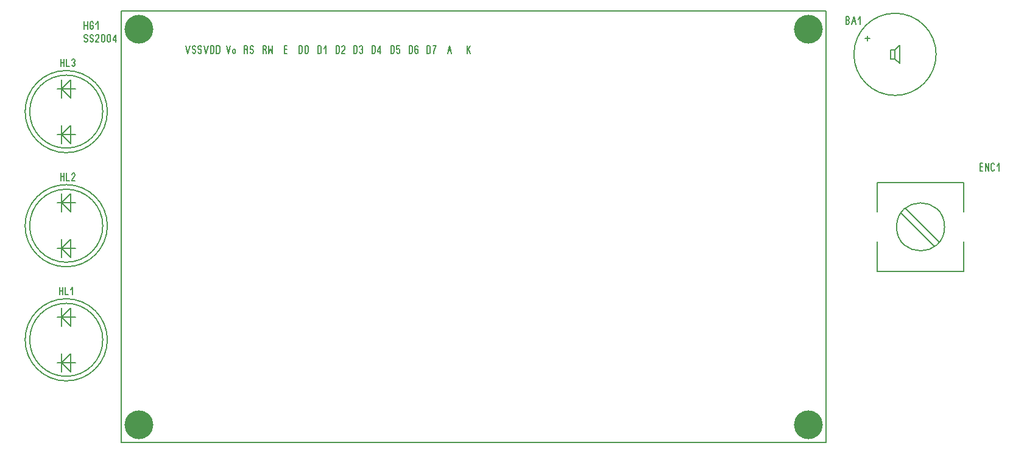
<source format=gbr>
%FSLAX34Y34*%
%MOMM*%
%LNSILK_TOP*%
G71*
G01*
%ADD10C, 0.200*%
%ADD11C, 4.000*%
%ADD12C, 0.191*%
%ADD13C, 0.150*%
%LPD*%
G54D10*
X192400Y645000D02*
X1172400Y645000D01*
X1172400Y45000D01*
X192400Y45000D01*
X192400Y645000D01*
X217400Y620000D02*
G54D11*
D03*
X217400Y70000D02*
G54D11*
D03*
X1147400Y620000D02*
G54D11*
D03*
X1147400Y70000D02*
G54D11*
D03*
G54D12*
X282570Y597000D02*
X285237Y586334D01*
X287903Y597000D01*
G54D12*
X291636Y588334D02*
X292169Y587000D01*
X293236Y586334D01*
X294303Y586334D01*
X295369Y587000D01*
X295903Y588334D01*
X295903Y589667D01*
X295369Y591000D01*
X294303Y591667D01*
X293236Y591667D01*
X292169Y592334D01*
X291636Y593667D01*
X291636Y595000D01*
X292169Y596334D01*
X293236Y597000D01*
X294303Y597000D01*
X295369Y596334D01*
X295903Y595000D01*
G54D12*
X299636Y588334D02*
X300169Y587000D01*
X301236Y586334D01*
X302303Y586334D01*
X303369Y587000D01*
X303903Y588334D01*
X303903Y589667D01*
X303369Y591000D01*
X302303Y591667D01*
X301236Y591667D01*
X300169Y592334D01*
X299636Y593667D01*
X299636Y595000D01*
X300169Y596334D01*
X301236Y597000D01*
X302303Y597000D01*
X303369Y596334D01*
X303903Y595000D01*
G54D12*
X308070Y597000D02*
X310737Y586334D01*
X313403Y597000D01*
G54D12*
X317136Y586334D02*
X317136Y597000D01*
X319803Y597000D01*
X320869Y596334D01*
X321403Y595000D01*
X321403Y588334D01*
X320869Y587000D01*
X319803Y586334D01*
X317136Y586334D01*
G54D12*
X325136Y586334D02*
X325136Y597000D01*
X327803Y597000D01*
X328869Y596334D01*
X329403Y595000D01*
X329403Y588334D01*
X328869Y587000D01*
X327803Y586334D01*
X325136Y586334D01*
G54D12*
X338938Y596999D02*
X341605Y586332D01*
X344271Y596999D01*
G54D12*
X351204Y587932D02*
X351204Y590599D01*
X350671Y591932D01*
X349604Y592332D01*
X348537Y591932D01*
X348004Y590599D01*
X348004Y587932D01*
X348537Y586599D01*
X349604Y586332D01*
X350671Y586599D01*
X351204Y587932D01*
G54D12*
X366066Y591667D02*
X367666Y590334D01*
X368199Y589000D01*
X368199Y586334D01*
G54D12*
X363932Y586334D02*
X363932Y597000D01*
X366599Y597000D01*
X367666Y596334D01*
X368199Y595000D01*
X368199Y593667D01*
X367666Y592334D01*
X366599Y591667D01*
X363932Y591667D01*
G54D12*
X371932Y588334D02*
X372466Y587000D01*
X373532Y586334D01*
X374599Y586334D01*
X375666Y587000D01*
X376199Y588334D01*
X376199Y589667D01*
X375666Y591000D01*
X374599Y591667D01*
X373532Y591667D01*
X372466Y592334D01*
X371932Y593667D01*
X371932Y595000D01*
X372466Y596334D01*
X373532Y597000D01*
X374599Y597000D01*
X375666Y596334D01*
X376199Y595000D01*
G54D12*
X391701Y591668D02*
X393301Y590334D01*
X393834Y589001D01*
X393834Y586334D01*
G54D12*
X389568Y586334D02*
X389568Y597001D01*
X392234Y597001D01*
X393301Y596334D01*
X393834Y595001D01*
X393834Y593668D01*
X393301Y592334D01*
X392234Y591668D01*
X389568Y591668D01*
G54D12*
X397568Y597001D02*
X397568Y586334D01*
X400234Y593001D01*
X402901Y586334D01*
X402901Y597001D01*
G54D12*
X423084Y586334D02*
X419350Y586334D01*
X419350Y597000D01*
X423084Y597000D01*
G54D12*
X419350Y591667D02*
X423084Y591667D01*
G54D12*
X439932Y586334D02*
X439932Y597000D01*
X442599Y597000D01*
X443666Y596334D01*
X444199Y595000D01*
X444199Y588334D01*
X443666Y587000D01*
X442599Y586334D01*
X439932Y586334D01*
G54D12*
X452199Y595000D02*
X452199Y588334D01*
X451666Y587000D01*
X450599Y586334D01*
X449532Y586334D01*
X448466Y587000D01*
X447932Y588334D01*
X447932Y595000D01*
X448466Y596334D01*
X449532Y597000D01*
X450599Y597000D01*
X451666Y596334D01*
X452199Y595000D01*
G54D12*
X466233Y586334D02*
X466233Y597000D01*
X468900Y597000D01*
X469966Y596334D01*
X470500Y595000D01*
X470500Y588334D01*
X469966Y587000D01*
X468900Y586334D01*
X466233Y586334D01*
G54D12*
X474233Y593000D02*
X476900Y597000D01*
X476900Y586334D01*
G54D12*
X491432Y586334D02*
X491432Y597000D01*
X494099Y597000D01*
X495166Y596334D01*
X495699Y595000D01*
X495699Y588334D01*
X495166Y587000D01*
X494099Y586334D01*
X491432Y586334D01*
G54D12*
X503699Y586334D02*
X499432Y586334D01*
X499432Y587000D01*
X499966Y588334D01*
X503166Y592334D01*
X503699Y593667D01*
X503699Y595000D01*
X503166Y596334D01*
X502099Y597000D01*
X501032Y597000D01*
X499966Y596334D01*
X499432Y595000D01*
G54D12*
X515932Y586334D02*
X515932Y597000D01*
X518599Y597000D01*
X519666Y596334D01*
X520199Y595000D01*
X520199Y588334D01*
X519666Y587000D01*
X518599Y586334D01*
X515932Y586334D01*
G54D12*
X523932Y595000D02*
X524466Y596334D01*
X525532Y597000D01*
X526599Y597000D01*
X527666Y596334D01*
X528199Y595000D01*
X528199Y593667D01*
X527666Y592334D01*
X526599Y591667D01*
X527666Y591000D01*
X528199Y589667D01*
X528199Y588334D01*
X527666Y587000D01*
X526599Y586334D01*
X525532Y586334D01*
X524466Y587000D01*
X523932Y588334D01*
G54D12*
X541416Y586334D02*
X541416Y597000D01*
X544083Y597000D01*
X545150Y596334D01*
X545683Y595000D01*
X545683Y588334D01*
X545150Y587000D01*
X544083Y586334D01*
X541416Y586334D01*
G54D12*
X552616Y586334D02*
X552616Y597000D01*
X549416Y590334D01*
X549416Y589000D01*
X553683Y589000D01*
G54D12*
X567432Y586334D02*
X567432Y597000D01*
X570099Y597000D01*
X571166Y596334D01*
X571699Y595000D01*
X571699Y588334D01*
X571166Y587000D01*
X570099Y586334D01*
X567432Y586334D01*
G54D12*
X579699Y597000D02*
X575432Y597000D01*
X575432Y592334D01*
X575966Y592334D01*
X577032Y593000D01*
X578099Y593000D01*
X579166Y592334D01*
X579699Y591000D01*
X579699Y588334D01*
X579166Y587000D01*
X578099Y586334D01*
X577032Y586334D01*
X575966Y587000D01*
X575432Y588334D01*
G54D12*
X592932Y586334D02*
X592932Y597000D01*
X595599Y597000D01*
X596666Y596334D01*
X597199Y595000D01*
X597199Y588334D01*
X596666Y587000D01*
X595599Y586334D01*
X592932Y586334D01*
G54D12*
X605199Y595000D02*
X604666Y596334D01*
X603599Y597000D01*
X602532Y597000D01*
X601466Y596334D01*
X600932Y595000D01*
X600932Y591667D01*
X600932Y591000D01*
X602532Y592334D01*
X603599Y592334D01*
X604666Y591667D01*
X605199Y590334D01*
X605199Y588334D01*
X604666Y587000D01*
X603599Y586334D01*
X602532Y586334D01*
X601466Y587000D01*
X600932Y588334D01*
X600932Y591667D01*
G54D12*
X617924Y586334D02*
X617924Y597000D01*
X620591Y597000D01*
X621657Y596334D01*
X622191Y595000D01*
X622191Y588334D01*
X621657Y587000D01*
X620591Y586334D01*
X617924Y586334D01*
G54D12*
X625924Y597000D02*
X630191Y597000D01*
X629657Y595667D01*
X628591Y593667D01*
X627524Y591000D01*
X626991Y589000D01*
X626991Y586334D01*
G54D12*
X646568Y586334D02*
X649234Y597000D01*
X651901Y586334D01*
G54D12*
X647634Y590334D02*
X650834Y590334D01*
G54D12*
X673420Y586334D02*
X673420Y597001D01*
G54D12*
X673420Y589667D02*
X677687Y597001D01*
G54D12*
X675020Y591667D02*
X677687Y586334D01*
G54D12*
X141400Y620000D02*
X141400Y630667D01*
G54D12*
X145667Y620000D02*
X145667Y630667D01*
G54D12*
X141400Y625333D02*
X145667Y625333D01*
G54D12*
X151533Y625333D02*
X153667Y625333D01*
X153667Y622000D01*
X153133Y620667D01*
X152067Y620000D01*
X151000Y620000D01*
X149933Y620667D01*
X149400Y622000D01*
X149400Y628667D01*
X149933Y630000D01*
X151000Y630667D01*
X152067Y630667D01*
X153133Y630000D01*
X153667Y628667D01*
G54D12*
X157400Y626667D02*
X160067Y630667D01*
X160067Y620000D01*
G54D12*
X141400Y604000D02*
X141933Y602667D01*
X143000Y602000D01*
X144067Y602000D01*
X145133Y602667D01*
X145667Y604000D01*
X145667Y605333D01*
X145133Y606667D01*
X144067Y607333D01*
X143000Y607333D01*
X141933Y608000D01*
X141400Y609333D01*
X141400Y610667D01*
X141933Y612000D01*
X143000Y612667D01*
X144067Y612667D01*
X145133Y612000D01*
X145667Y610667D01*
G54D12*
X149400Y604000D02*
X149933Y602667D01*
X151000Y602000D01*
X152067Y602000D01*
X153133Y602667D01*
X153667Y604000D01*
X153667Y605333D01*
X153133Y606667D01*
X152067Y607333D01*
X151000Y607333D01*
X149933Y608000D01*
X149400Y609333D01*
X149400Y610667D01*
X149933Y612000D01*
X151000Y612667D01*
X152067Y612667D01*
X153133Y612000D01*
X153667Y610667D01*
G54D12*
X161667Y602000D02*
X157400Y602000D01*
X157400Y602667D01*
X157933Y604000D01*
X161133Y608000D01*
X161667Y609333D01*
X161667Y610667D01*
X161133Y612000D01*
X160067Y612667D01*
X159000Y612667D01*
X157933Y612000D01*
X157400Y610667D01*
G54D12*
X169667Y610667D02*
X169667Y604000D01*
X169133Y602667D01*
X168067Y602000D01*
X167000Y602000D01*
X165933Y602667D01*
X165400Y604000D01*
X165400Y610667D01*
X165933Y612000D01*
X167000Y612667D01*
X168067Y612667D01*
X169133Y612000D01*
X169667Y610667D01*
G54D12*
X177667Y610667D02*
X177667Y604000D01*
X177133Y602667D01*
X176067Y602000D01*
X175000Y602000D01*
X173933Y602667D01*
X173400Y604000D01*
X173400Y610667D01*
X173933Y612000D01*
X175000Y612667D01*
X176067Y612667D01*
X177133Y612000D01*
X177667Y610667D01*
G54D12*
X184600Y602000D02*
X184600Y612667D01*
X181400Y606000D01*
X181400Y604667D01*
X185667Y604667D01*
G54D13*
X1243325Y406875D02*
X1363975Y406875D01*
G54D13*
X1243325Y406875D02*
X1243325Y365600D01*
G54D13*
X1243325Y324325D02*
X1243325Y283050D01*
G54D13*
X1243325Y283050D02*
X1363975Y283050D01*
G54D13*
X1363975Y406875D02*
X1363975Y365600D01*
G54D13*
X1363975Y324325D02*
X1363975Y283050D01*
G54D13*
G75*
G01X1336988Y344962D02*
G03X1336988Y344962I-33338J0D01*
G01*
G54D13*
X1276662Y364012D02*
X1322700Y317975D01*
G54D13*
X1283012Y370362D02*
X1329050Y324325D01*
G54D12*
X1390208Y422925D02*
X1386475Y422925D01*
X1386475Y433592D01*
X1390208Y433592D01*
G54D12*
X1386475Y428258D02*
X1390208Y428258D01*
G54D12*
X1393941Y422925D02*
X1393941Y433592D01*
X1398208Y422925D01*
X1398208Y433592D01*
G54D12*
X1406208Y424925D02*
X1405674Y423592D01*
X1404608Y422925D01*
X1403541Y422925D01*
X1402474Y423592D01*
X1401941Y424925D01*
X1401941Y431592D01*
X1402474Y432925D01*
X1403541Y433592D01*
X1404608Y433592D01*
X1405674Y432925D01*
X1406208Y431592D01*
G54D12*
X1409941Y429592D02*
X1412608Y433592D01*
X1412608Y422925D01*
G54D10*
G75*
G01X173350Y505300D02*
G03X173350Y505300I-57150J0D01*
G01*
G54D10*
G75*
G01X167000Y505300D02*
G03X167000Y505300I-50800J0D01*
G01*
G54D10*
X128900Y473550D02*
X103500Y473550D01*
G54D10*
X122550Y460850D02*
X122550Y486250D01*
X109850Y473550D01*
X122550Y460850D01*
G54D10*
X109850Y460850D02*
X109850Y486250D01*
G54D10*
X128900Y537050D02*
X103500Y537050D01*
G54D10*
X122550Y524350D02*
X122550Y549750D01*
X109850Y537050D01*
X122550Y524350D01*
G54D10*
X109850Y524350D02*
X109850Y549750D01*
G54D12*
X108592Y568059D02*
X108592Y578726D01*
G54D12*
X112859Y568059D02*
X112859Y578726D01*
G54D12*
X108592Y573392D02*
X112859Y573392D01*
G54D12*
X116592Y578726D02*
X116592Y568059D01*
X120325Y568059D01*
G54D12*
X124058Y576726D02*
X124591Y578059D01*
X125658Y578726D01*
X126725Y578726D01*
X127791Y578059D01*
X128325Y576726D01*
X128325Y575392D01*
X127791Y574059D01*
X126725Y573392D01*
X127791Y572726D01*
X128325Y571392D01*
X128325Y570059D01*
X127791Y568726D01*
X126725Y568059D01*
X125658Y568059D01*
X124591Y568726D01*
X124058Y570059D01*
G54D10*
G75*
G01X173350Y346550D02*
G03X173350Y346550I-57150J0D01*
G01*
G54D10*
G75*
G01X167000Y346550D02*
G03X167000Y346550I-50800J0D01*
G01*
G54D10*
X128900Y314800D02*
X103500Y314800D01*
G54D10*
X122550Y302100D02*
X122550Y327500D01*
X109850Y314800D01*
X122550Y302100D01*
G54D10*
X109850Y302100D02*
X109850Y327500D01*
G54D10*
X128900Y378300D02*
X103500Y378300D01*
G54D10*
X122550Y365600D02*
X122550Y391000D01*
X109850Y378300D01*
X122550Y365600D01*
G54D10*
X109850Y365600D02*
X109850Y391000D01*
G54D12*
X108580Y409308D02*
X108580Y419975D01*
G54D12*
X112846Y409308D02*
X112846Y419975D01*
G54D12*
X108580Y414642D02*
X112846Y414642D01*
G54D12*
X116580Y419975D02*
X116580Y409308D01*
X120313Y409308D01*
G54D12*
X128312Y409308D02*
X124046Y409308D01*
X124046Y409975D01*
X124579Y411308D01*
X127779Y415308D01*
X128312Y416642D01*
X128312Y417975D01*
X127779Y419308D01*
X126712Y419975D01*
X125646Y419975D01*
X124579Y419308D01*
X124046Y417975D01*
G54D10*
G75*
G01X173350Y187800D02*
G03X173350Y187800I-57150J0D01*
G01*
G54D10*
G75*
G01X167000Y187800D02*
G03X167000Y187800I-50800J0D01*
G01*
G54D10*
X128900Y156050D02*
X103500Y156050D01*
G54D10*
X122550Y143350D02*
X122550Y168750D01*
X109850Y156050D01*
X122550Y143350D01*
G54D10*
X109850Y143350D02*
X109850Y168750D01*
G54D10*
X128900Y219550D02*
X103500Y219550D01*
G54D10*
X122550Y206850D02*
X122550Y232250D01*
X109850Y219550D01*
X122550Y206850D01*
G54D10*
X109850Y206850D02*
X109850Y232250D01*
G54D12*
X106992Y250558D02*
X106992Y261225D01*
G54D12*
X111259Y250558D02*
X111259Y261225D01*
G54D12*
X106992Y255892D02*
X111259Y255892D01*
G54D12*
X114992Y261225D02*
X114992Y250558D01*
X118726Y250558D01*
G54D12*
X122458Y257225D02*
X125125Y261225D01*
X125125Y250558D01*
G54D13*
G75*
G01X1325250Y585000D02*
G03X1325250Y585000I-57150J0D01*
G01*
G54D13*
X1226825Y607225D02*
X1233175Y607225D01*
G54D13*
X1230000Y610400D02*
X1230000Y604050D01*
G54D13*
X1261750Y591350D02*
X1261750Y578650D01*
X1268100Y578650D01*
X1268100Y591350D01*
X1261750Y591350D01*
G54D13*
X1268100Y591350D02*
X1274450Y597700D01*
X1274450Y572300D01*
X1268100Y578650D01*
G54D12*
X1200200Y626900D02*
X1200200Y637567D01*
X1202867Y637567D01*
X1203933Y636900D01*
X1204467Y635567D01*
X1204467Y634233D01*
X1203933Y632900D01*
X1202867Y632233D01*
X1203933Y631567D01*
X1204467Y630233D01*
X1204467Y628900D01*
X1203933Y627567D01*
X1202867Y626900D01*
X1200200Y626900D01*
G54D12*
X1200200Y632233D02*
X1202867Y632233D01*
G54D12*
X1208200Y626900D02*
X1210867Y637567D01*
X1213533Y626900D01*
G54D12*
X1209267Y630900D02*
X1212467Y630900D01*
G54D12*
X1217266Y633567D02*
X1219933Y637567D01*
X1219933Y626900D01*
M02*

</source>
